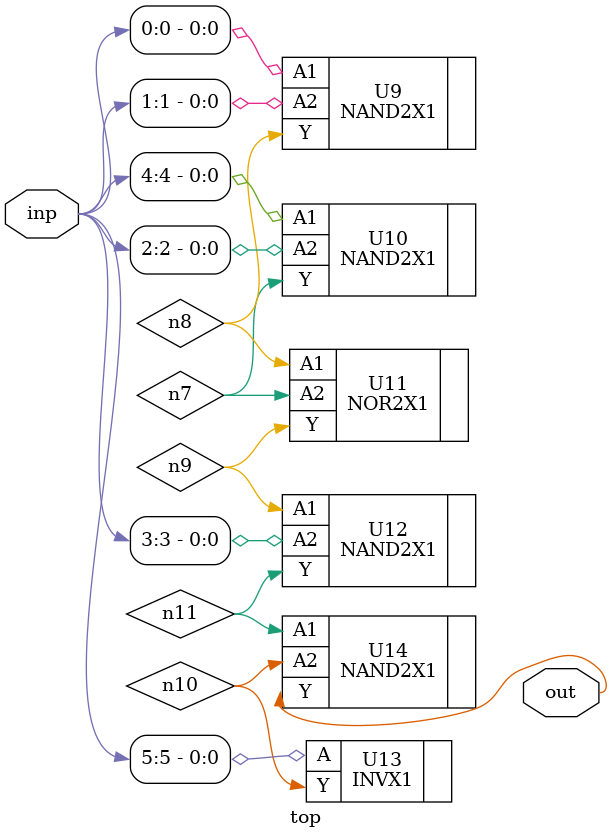
<source format=sv>


module top ( inp, out );
  input [5:0] inp;
  output out;
  wire   n7, n8, n9, n10, n11;

  NAND2X1 U9 ( .A1(inp[0]), .A2(inp[1]), .Y(n8) );
  NAND2X1 U10 ( .A1(inp[4]), .A2(inp[2]), .Y(n7) );
  NOR2X1 U11 ( .A1(n8), .A2(n7), .Y(n9) );
  NAND2X1 U12 ( .A1(n9), .A2(inp[3]), .Y(n11) );
  INVX1 U13 ( .A(inp[5]), .Y(n10) );
  NAND2X1 U14 ( .A1(n11), .A2(n10), .Y(out) );
endmodule


</source>
